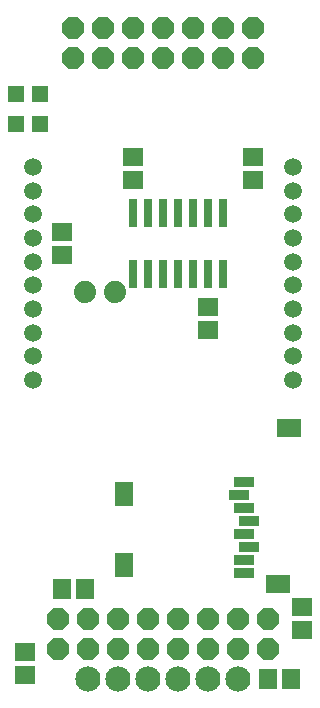
<source format=gts>
G75*
G70*
%OFA0B0*%
%FSLAX24Y24*%
%IPPOS*%
%LPD*%
%AMOC8*
5,1,8,0,0,1.08239X$1,22.5*
%
%ADD10OC8,0.0720*%
%ADD11C,0.0596*%
%ADD12R,0.0828X0.0631*%
%ADD13R,0.0631X0.0789*%
%ADD14R,0.0671X0.0356*%
%ADD15R,0.0316X0.0946*%
%ADD16C,0.0740*%
%ADD17R,0.0710X0.0592*%
%ADD18R,0.0592X0.0710*%
%ADD19R,0.0580X0.0580*%
%ADD20C,0.0840*%
D10*
X002651Y002651D03*
X002651Y003651D03*
X003651Y003651D03*
X003651Y002651D03*
X004651Y002651D03*
X004651Y003651D03*
X005651Y003651D03*
X005651Y002651D03*
X006651Y002651D03*
X006651Y003651D03*
X007651Y003651D03*
X007651Y002651D03*
X008651Y002651D03*
X008651Y003651D03*
X009651Y003651D03*
X009651Y002651D03*
X009151Y022331D03*
X009151Y023331D03*
X008151Y023331D03*
X008151Y022331D03*
X007151Y022331D03*
X007151Y023331D03*
X006151Y023331D03*
X006151Y022331D03*
X005151Y022331D03*
X005151Y023331D03*
X004151Y023331D03*
X004151Y022331D03*
X003151Y022331D03*
X003151Y023331D03*
D11*
X001820Y018694D03*
X001820Y017907D03*
X001820Y017120D03*
X001820Y016332D03*
X001820Y015545D03*
X001820Y014757D03*
X001820Y013970D03*
X001820Y013183D03*
X001820Y012395D03*
X001820Y011608D03*
X010482Y011608D03*
X010482Y012395D03*
X010482Y013183D03*
X010482Y013970D03*
X010482Y014757D03*
X010482Y015545D03*
X010482Y016332D03*
X010482Y017120D03*
X010482Y017907D03*
X010482Y018694D03*
D12*
X010336Y010006D03*
X009982Y004809D03*
D13*
X004824Y005439D03*
X004824Y007801D03*
D14*
X008683Y007761D03*
X008840Y007328D03*
X008998Y006895D03*
X008840Y006462D03*
X008998Y006029D03*
X008840Y005596D03*
X008840Y005163D03*
X008840Y008194D03*
D15*
X008151Y015128D03*
X007651Y015128D03*
X007151Y015128D03*
X006651Y015128D03*
X006151Y015128D03*
X005651Y015128D03*
X005151Y015128D03*
X005151Y017175D03*
X005651Y017175D03*
X006151Y017175D03*
X006651Y017175D03*
X007151Y017175D03*
X007651Y017175D03*
X008151Y017175D03*
D16*
X004526Y014526D03*
X003526Y014526D03*
D17*
X001526Y001777D03*
X001526Y002525D03*
X007651Y013277D03*
X007651Y014025D03*
X009151Y018277D03*
X009151Y019025D03*
X005151Y019045D03*
X005151Y018257D03*
X002776Y016525D03*
X002776Y015777D03*
X010776Y004045D03*
X010776Y003257D03*
D18*
X010400Y001651D03*
X009652Y001651D03*
X003525Y004651D03*
X002777Y004651D03*
D19*
X002051Y020151D03*
X002051Y021151D03*
X001251Y021151D03*
X001251Y020151D03*
D20*
X003651Y001651D03*
X004651Y001651D03*
X005651Y001651D03*
X006651Y001651D03*
X007651Y001651D03*
X008651Y001651D03*
M02*

</source>
